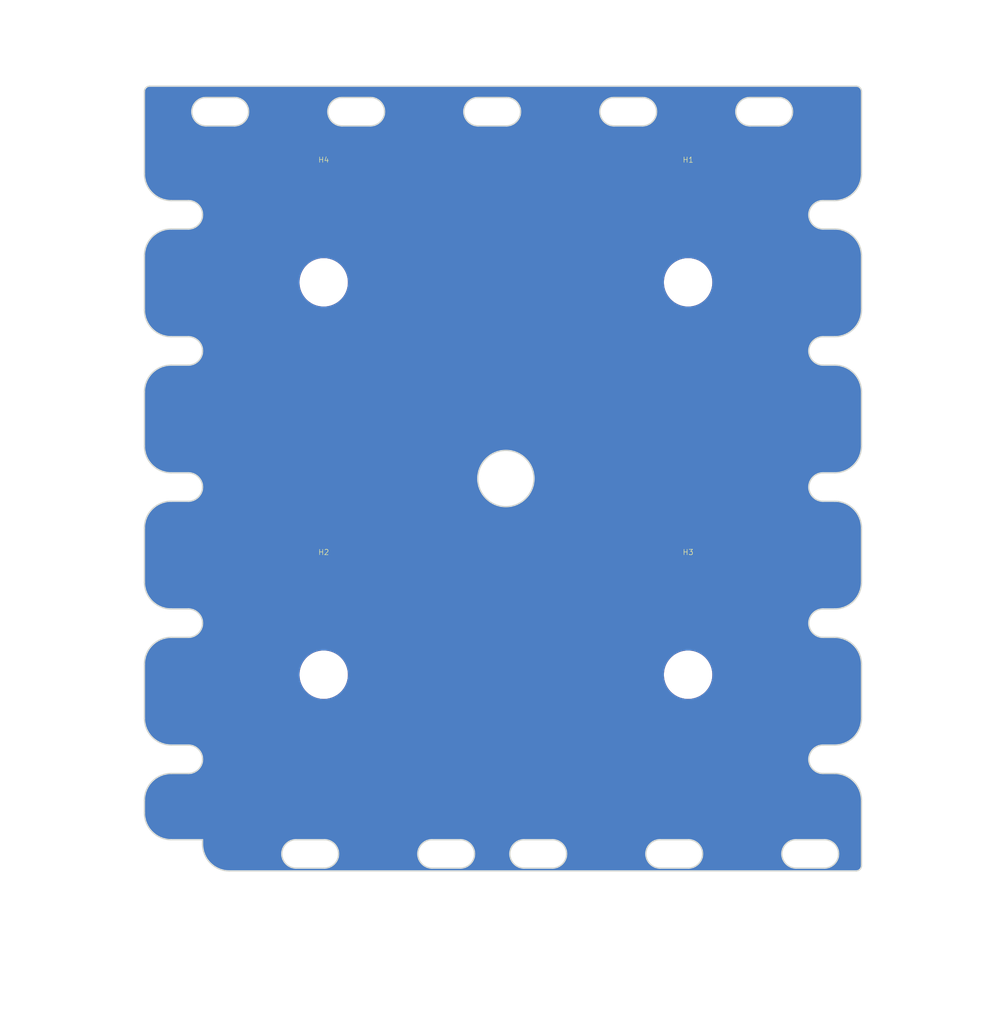
<source format=kicad_pcb>
(kicad_pcb (version 20221018) (generator pcbnew)
  (layers (0 "F.Cu" signal) (1 "In1.Cu" signal) (2 "In2.Cu" signal) (31 "B.Cu" signal) (34 "B.Paste" user) (35 "F.Paste" user) (36 "B.SilkS" user "B.Silkscreen") (37 "F.SilkS" user "F.Silkscreen") (38 "B.Mask" user) (39 "F.Mask" user) (44 "Edge.Cuts" user))
  (net 0 "")
  (footprint "0_Library:MountingHole_7.14mm" (layer "F.Cu") (at 33.379935 35.607822)
    (fp_text reference "H4" (at 0 -22.852 unlocked) (layer "F.SilkS") (effects (font (thickness 0.1))))
    (fp_text value "MountingHole")
    (pad "" np_thru_hole circle (at 0 0) (size 3.45 3.45) (drill 3.45) (layers "F&B.Cu" "*.Mask"))
  )
  (footprint "0_Library:MountingHole_7.14mm" (layer "F.Cu") (at 101.439805 35.607822)
    (fp_text reference "H1" (at 0 -22.852 unlocked) (layer "F.SilkS") (effects (font (thickness 0.1))))
    (fp_text value "MountingHole")
    (pad "" np_thru_hole circle (at 0 0) (size 3.45 3.45) (drill 3.45) (layers "F&B.Cu" "*.Mask"))
  )
  (footprint "0_Library:MountingHole_7.14mm" (layer "F.Cu") (at 101.439805 108.823467)
    (fp_text reference "H3" (at 0 -22.852 unlocked) (layer "F.SilkS") (effects (font (thickness 0.1))))
    (fp_text value "MountingHole")
    (pad "" np_thru_hole circle (at 0 0) (size 3.45 3.45) (drill 3.45) (layers "F&B.Cu" "*.Mask"))
  )
  (footprint "0_Library:MountingHole_7.14mm" (layer "F.Cu") (at 33.379935 108.823467)
    (fp_text reference "H2" (at 0 -22.852 unlocked) (layer "F.SilkS") (effects (font (thickness 0.1))))
    (fp_text value "MountingHole")
    (pad "" np_thru_hole circle (at 0 0) (size 3.45 3.45) (drill 3.45) (layers "F&B.Cu" "*.Mask"))
  )
  (gr_arc (start 15.7599 145.431289) (mid 12.224366 143.966823) (end 10.7599 140.431289) (stroke (width 0.25)) (layer "Edge.Cuts"))
  (gr_line (start 133.81974 0) (end 133.81974 15.353125) (stroke (width 0.25)) (layer "Edge.Cuts"))
  (gr_line (start 58.9099 144.906289) (end 53.6099 144.906289) (stroke (width 0.25)) (layer "Edge.Cuts"))
  (gr_arc (start -0.1 30.653125) (mid 1.364464 27.117588) (end 4.9 25.653125) (stroke (width 0.25)) (layer "Edge.Cuts"))
  (gr_line (start 128.81974 25.653125) (end 126.634872 25.653125) (stroke (width 0.25)) (layer "Edge.Cuts"))
  (gr_line (start 128.81974 127.253125) (end 126.634872 127.253125) (stroke (width 0.25)) (layer "Edge.Cuts"))
  (gr_arc (start 133.81974 91.553125) (mid 132.355267 95.088657) (end 128.81974 96.553125) (stroke (width 0.25)) (layer "Edge.Cuts"))
  (gr_arc (start 92.9049 1.1125) (mid 95.5549 3.7625) (end 92.9049 6.4125) (stroke (width 0.25)) (layer "Edge.Cuts"))
  (gr_arc (start 4.9 139.606289) (mid 1.364466 138.141823) (end -0.1 134.606289) (stroke (width 0.25)) (layer "Edge.Cuts"))
  (gr_line (start 76.10003 139.606289) (end 70.80003 139.606289) (stroke (width 0.25)) (layer "Edge.Cuts"))
  (gr_arc (start 11.4049 6.4125) (mid 8.7549 3.7625) (end 11.4049 1.1125) (stroke (width 0.25)) (layer "Edge.Cuts"))
  (gr_arc (start 16.7049 1.1125) (mid 19.3549 3.7625) (end 16.7049 6.4125) (stroke (width 0.25)) (layer "Edge.Cuts"))
  (gr_arc (start 28.2099 144.906289) (mid 25.559901 142.25629) (end 28.2099 139.606289) (stroke (width 0.25)) (layer "Edge.Cuts"))
  (gr_line (start 128.81974 51.053125) (end 126.634872 51.053125) (stroke (width 0.25)) (layer "Edge.Cuts"))
  (gr_arc (start 58.9099 139.606289) (mid 61.559911 142.2563) (end 58.9099 144.906289) (stroke (width 0.25)) (layer "Edge.Cuts"))
  (gr_arc (start 42.1049 1.1125) (mid 44.7549 3.7625) (end 42.1049 6.4125) (stroke (width 0.25)) (layer "Edge.Cuts"))
  (gr_line (start 42.1049 1.1125) (end 36.8049 1.1125) (stroke (width 0.25)) (layer "Edge.Cuts"))
  (gr_arc (start -0.1 106.853125) (mid 1.364464 103.317588) (end 4.9 101.853125) (stroke (width 0.25)) (layer "Edge.Cuts"))
  (gr_arc (start 133.81974 116.953125) (mid 132.355267 120.488657) (end 128.81974 121.953125) (stroke (width 0.25)) (layer "Edge.Cuts"))
  (gr_arc (start 4.9 121.953125) (mid 1.364466 120.488659) (end -0.1 116.953125) (stroke (width 0.25)) (layer "Edge.Cuts"))
  (gr_arc (start 133.81974 66.153125) (mid 132.355267 69.688657) (end 128.81974 71.153125) (stroke (width 0.25)) (layer "Edge.Cuts"))
  (gr_arc (start 8.109872 71.153125) (mid 10.759872 73.803125) (end 8.109872 76.453125) (stroke (width 0.25)) (layer "Edge.Cuts"))
  (gr_line (start 126.90003 139.606289) (end 121.60003 139.606289) (stroke (width 0.25)) (layer "Edge.Cuts"))
  (gr_line (start 16.7049 6.4125) (end 11.4049 6.4125) (stroke (width 0.25)) (layer "Edge.Cuts"))
  (gr_line (start 128.81974 101.853125) (end 126.634872 101.853125) (stroke (width 0.25)) (layer "Edge.Cuts"))
  (gr_arc (start 132.81974 -1) (mid 133.526821 -0.707093) (end 133.81974 0) (stroke (width 0.25)) (layer "Edge.Cuts"))
  (gr_line (start 33.5099 139.606289) (end 28.2099 139.606289) (stroke (width 0.25)) (layer "Edge.Cuts"))
  (gr_line (start 33.5099 144.906289) (end 28.2099 144.906289) (stroke (width 0.25)) (layer "Edge.Cuts"))
  (gr_line (start 133.81974 81.453125) (end 133.81974 91.553125) (stroke (width 0.25)) (layer "Edge.Cuts"))
  (gr_line (start 126.90003 144.906289) (end 121.60003 144.906289) (stroke (width 0.25)) (layer "Edge.Cuts"))
  (gr_line (start 128.81974 20.353125) (end 126.634872 20.353125) (stroke (width 0.25)) (layer "Edge.Cuts"))
  (gr_arc (start 67.5049 1.1125) (mid 70.1549 3.7625) (end 67.5049 6.4125) (stroke (width 0.25)) (layer "Edge.Cuts"))
  (gr_arc (start 8.109872 20.353125) (mid 10.759872 23.003125) (end 8.109872 25.653125) (stroke (width 0.25)) (layer "Edge.Cuts"))
  (gr_arc (start 128.81974 76.453125) (mid 132.355239 77.917607) (end 133.81974 81.453125) (stroke (width 0.25)) (layer "Edge.Cuts"))
  (gr_line (start -0.1 30.653125) (end -0.1 40.753125) (stroke (width 0.25)) (layer "Edge.Cuts"))
  (gr_arc (start 96.20003 144.906289) (mid 93.550031 142.25629) (end 96.20003 139.606289) (stroke (width 0.25)) (layer "Edge.Cuts"))
  (gr_line (start 8.109872 96.553125) (end 4.9 96.553125) (stroke (width 0.25)) (layer "Edge.Cuts"))
  (gr_line (start 42.1049 6.4125) (end 36.8049 6.4125) (stroke (width 0.25)) (layer "Edge.Cuts"))
  (gr_arc (start 126.634872 127.253125) (mid 123.984875 124.6031) (end 126.634872 121.953125) (stroke (width 0.25)) (layer "Edge.Cuts"))
  (gr_line (start 8.109872 20.353125) (end 4.9 20.353125) (stroke (width 0.25)) (layer "Edge.Cuts"))
  (gr_line (start 8.109872 101.853125) (end 4.9 101.853125) (stroke (width 0.25)) (layer "Edge.Cuts"))
  (gr_arc (start 76.10003 139.606289) (mid 78.750031 142.25629) (end 76.10003 144.906289) (stroke (width 0.25)) (layer "Edge.Cuts"))
  (gr_line (start -0.1 56.053125) (end -0.1 66.153125) (stroke (width 0.25)) (layer "Edge.Cuts"))
  (gr_line (start -0.1 0) (end -0.1 15.353125) (stroke (width 0.25)) (layer "Edge.Cuts"))
  (gr_line (start 101.50003 144.906289) (end 96.20003 144.906289) (stroke (width 0.25)) (layer "Edge.Cuts"))
  (gr_line (start 101.50003 139.606289) (end 96.20003 139.606289) (stroke (width 0.25)) (layer "Edge.Cuts"))
  (gr_arc (start 128.81974 127.253125) (mid 132.355239 128.717607) (end 133.81974 132.253125) (stroke (width 0.25)) (layer "Edge.Cuts"))
  (gr_arc (start 126.634872 101.853125) (mid 123.984875 99.2031) (end 126.634872 96.553125) (stroke (width 0.25)) (layer "Edge.Cuts"))
  (gr_arc (start 8.109872 45.753125) (mid 10.759872 48.403125) (end 8.109872 51.053125) (stroke (width 0.25)) (layer "Edge.Cuts"))
  (gr_line (start 8.109872 76.453125) (end 4.9 76.453125) (stroke (width 0.25)) (layer "Edge.Cuts"))
  (gr_arc (start 4.9 20.353125) (mid 1.364466 18.888659) (end -0.1 15.353125) (stroke (width 0.25)) (layer "Edge.Cuts"))
  (gr_circle (center 67.40987 72.215645) (end 72.65987 72.215645) (stroke (width 0.25)) (fill none) (layer "Edge.Cuts"))
  (gr_line (start 8.109872 45.753125) (end 4.9 45.753125) (stroke (width 0.25)) (layer "Edge.Cuts"))
  (gr_line (start 58.9099 139.606289) (end 53.6099 139.606289) (stroke (width 0.25)) (layer "Edge.Cuts"))
  (gr_arc (start -0.1 0) (mid 0.192893 -0.707107) (end 0.9 -1) (stroke (width 0.25)) (layer "Edge.Cuts"))
  (gr_line (start 10.7599 139.606289) (end 4.9 139.606289) (stroke (width 0.25)) (layer "Edge.Cuts"))
  (gr_line (start -0.1 106.853125) (end -0.1 116.953125) (stroke (width 0.25)) (layer "Edge.Cuts"))
  (gr_line (start 133.81974 106.853125) (end 133.81974 116.953125) (stroke (width 0.25)) (layer "Edge.Cuts"))
  (gr_arc (start 101.50003 139.606289) (mid 104.150031 142.25629) (end 101.50003 144.906289) (stroke (width 0.25)) (layer "Edge.Cuts"))
  (gr_line (start -0.1 132.253125) (end -0.1 134.606289) (stroke (width 0.25)) (layer "Edge.Cuts"))
  (gr_line (start 15.7599 145.431289) (end 132.81974 145.431289) (stroke (width 0.25)) (layer "Edge.Cuts"))
  (gr_arc (start 133.81974 15.353125) (mid 132.355267 18.888657) (end 128.81974 20.353125) (stroke (width 0.25)) (layer "Edge.Cuts"))
  (gr_line (start 76.10003 144.906289) (end 70.80003 144.906289) (stroke (width 0.25)) (layer "Edge.Cuts"))
  (gr_arc (start -0.1 81.453125) (mid 1.364464 77.917588) (end 4.9 76.453125) (stroke (width 0.25)) (layer "Edge.Cuts"))
  (gr_line (start 133.81974 56.053125) (end 133.81974 66.153125) (stroke (width 0.25)) (layer "Edge.Cuts"))
  (gr_line (start 8.109872 127.253125) (end 4.9 127.253125) (stroke (width 0.25)) (layer "Edge.Cuts"))
  (gr_arc (start 70.80003 144.906289) (mid 68.150031 142.25629) (end 70.80003 139.606289) (stroke (width 0.25)) (layer "Edge.Cuts"))
  (gr_line (start 128.81974 71.153125) (end 126.634872 71.153125) (stroke (width 0.25)) (layer "Edge.Cuts"))
  (gr_arc (start 36.8049 6.4125) (mid 34.1549 3.7625) (end 36.8049 1.1125) (stroke (width 0.25)) (layer "Edge.Cuts"))
  (gr_line (start 16.7049 1.1125) (end 11.4049 1.1125) (stroke (width 0.25)) (layer "Edge.Cuts"))
  (gr_line (start 8.109872 121.953125) (end 4.9 121.953125) (stroke (width 0.25)) (layer "Edge.Cuts"))
  (gr_arc (start 4.9 45.753125) (mid 1.364466 44.288659) (end -0.1 40.753125) (stroke (width 0.25)) (layer "Edge.Cuts"))
  (gr_arc (start -0.1 56.053125) (mid 1.364464 52.517588) (end 4.9 51.053125) (stroke (width 0.25)) (layer "Edge.Cuts"))
  (gr_arc (start 128.81974 25.653125) (mid 132.355239 27.117607) (end 133.81974 30.653125) (stroke (width 0.25)) (layer "Edge.Cuts"))
  (gr_line (start 128.81974 76.453125) (end 126.634872 76.453125) (stroke (width 0.25)) (layer "Edge.Cuts"))
  (gr_line (start 133.81974 30.653125) (end 133.81974 40.753125) (stroke (width 0.25)) (layer "Edge.Cuts"))
  (gr_line (start 128.81974 45.753125) (end 126.634872 45.753125) (stroke (width 0.25)) (layer "Edge.Cuts"))
  (gr_line (start 133.81974 132.253125) (end 133.81974 144.431289) (stroke (width 0.25)) (layer "Edge.Cuts"))
  (gr_arc (start 113.0049 6.4125) (mid 110.3549 3.7625) (end 113.0049 1.1125) (stroke (width 0.25)) (layer "Edge.Cuts"))
  (gr_arc (start 8.109872 121.953125) (mid 10.759872 124.603125) (end 8.109872 127.253125) (stroke (width 0.25)) (layer "Edge.Cuts"))
  (gr_arc (start 126.90003 139.606289) (mid 129.550011 142.2563) (end 126.90003 144.906289) (stroke (width 0.25)) (layer "Edge.Cuts"))
  (gr_line (start 67.5049 1.1125) (end 62.2049 1.1125) (stroke (width 0.25)) (layer "Edge.Cuts"))
  (gr_arc (start 126.634872 76.453125) (mid 123.984875 73.8031) (end 126.634872 71.153125) (stroke (width 0.25)) (layer "Edge.Cuts"))
  (gr_line (start -0.1 81.453125) (end -0.1 91.553125) (stroke (width 0.25)) (layer "Edge.Cuts"))
  (gr_arc (start 53.6099 144.906289) (mid 50.959911 142.2563) (end 53.6099 139.606289) (stroke (width 0.25)) (layer "Edge.Cuts"))
  (gr_line (start 8.109872 25.653125) (end 4.9 25.653125) (stroke (width 0.25)) (layer "Edge.Cuts"))
  (gr_arc (start 4.9 96.553125) (mid 1.364466 95.088659) (end -0.1 91.553125) (stroke (width 0.25)) (layer "Edge.Cuts"))
  (gr_line (start 118.3049 6.4125) (end 113.0049 6.4125) (stroke (width 0.25)) (layer "Edge.Cuts"))
  (gr_arc (start 33.5099 139.606289) (mid 36.159901 142.25629) (end 33.5099 144.906289) (stroke (width 0.25)) (layer "Edge.Cuts"))
  (gr_arc (start 4.9 71.153125) (mid 1.364466 69.688659) (end -0.1 66.153125) (stroke (width 0.25)) (layer "Edge.Cuts"))
  (gr_line (start 118.3049 1.1125) (end 113.0049 1.1125) (stroke (width 0.25)) (layer "Edge.Cuts"))
  (gr_arc (start 118.3049 1.1125) (mid 120.9549 3.7625) (end 118.3049 6.4125) (stroke (width 0.25)) (layer "Edge.Cuts"))
  (gr_line (start 128.81974 121.953125) (end 126.634872 121.953125) (stroke (width 0.25)) (layer "Edge.Cuts"))
  (gr_arc (start 126.634872 51.053125) (mid 123.984875 48.4031) (end 126.634872 45.753125) (stroke (width 0.25)) (layer "Edge.Cuts"))
  (gr_arc (start 128.81974 101.853125) (mid 132.355239 103.317607) (end 133.81974 106.853125) (stroke (width 0.25)) (layer "Edge.Cuts"))
  (gr_line (start 8.109872 71.153125) (end 4.9 71.153125) (stroke (width 0.25)) (layer "Edge.Cuts"))
  (gr_line (start 92.9049 1.1125) (end 87.6049 1.1125) (stroke (width 0.25)) (layer "Edge.Cuts"))
  (gr_arc (start 87.6049 6.4125) (mid 84.9549 3.7625) (end 87.6049 1.1125) (stroke (width 0.25)) (layer "Edge.Cuts"))
  (gr_arc (start 62.2049 6.4125) (mid 59.5549 3.7625) (end 62.2049 1.1125) (stroke (width 0.25)) (layer "Edge.Cuts"))
  (gr_arc (start 8.109872 96.553125) (mid 10.759872 99.203125) (end 8.109872 101.853125) (stroke (width 0.25)) (layer "Edge.Cuts"))
  (gr_arc (start 133.81974 40.753125) (mid 132.355267 44.288657) (end 128.81974 45.753125) (stroke (width 0.25)) (layer "Edge.Cuts"))
  (gr_line (start 8.109872 51.053125) (end 4.9 51.053125) (stroke (width 0.25)) (layer "Edge.Cuts"))
  (gr_line (start 128.81974 96.553125) (end 126.634872 96.553125) (stroke (width 0.25)) (layer "Edge.Cuts"))
  (gr_line (start 10.7599 140.431289) (end 10.7599 139.606289) (stroke (width 0.25)) (layer "Edge.Cuts"))
  (gr_line (start 67.5049 6.4125) (end 62.2049 6.4125) (stroke (width 0.25)) (layer "Edge.Cuts"))
  (gr_arc (start 133.81974 144.431289) (mid 133.526853 145.138417) (end 132.81974 145.431289) (stroke (width 0.25)) (layer "Edge.Cuts"))
  (gr_arc (start 126.634872 25.653125) (mid 123.984875 23.0031) (end 126.634872 20.353125) (stroke (width 0.25)) (layer "Edge.Cuts"))
  (gr_line (start 92.9049 6.4125) (end 87.6049 6.4125) (stroke (width 0.25)) (layer "Edge.Cuts"))
  (gr_arc (start 128.81974 51.053125) (mid 132.355239 52.517607) (end 133.81974 56.053125) (stroke (width 0.25)) (layer "Edge.Cuts"))
  (gr_arc (start -0.1 132.253125) (mid 1.364464 128.717588) (end 4.9 127.253125) (stroke (width 0.25)) (layer "Edge.Cuts"))
  (gr_line (start 0.9 -1) (end 132.81974 -1) (stroke (width 0.25)) (layer "Edge.Cuts"))
  (gr_arc (start 121.60003 144.906289) (mid 118.950011 142.2563) (end 121.60003 139.606289) (stroke (width 0.25)) (layer "Edge.Cuts"))
  (zone (net 0) (net_name "") (layers "F.Cu" "In1.Cu" "In2.Cu" "B.Cu") (connect_pads (clearance 0.5)) (min_thickness 0.25) (fill yes (thermal_gap 0.5) (thermal_bridge_width 0.5) (island_removal_mode 1) (island_area_min 10))
    (polygon (pts (xy -18 -16) (xy 153 -15) (xy 152 170) (xy -19 174)))
  )
)
</source>
